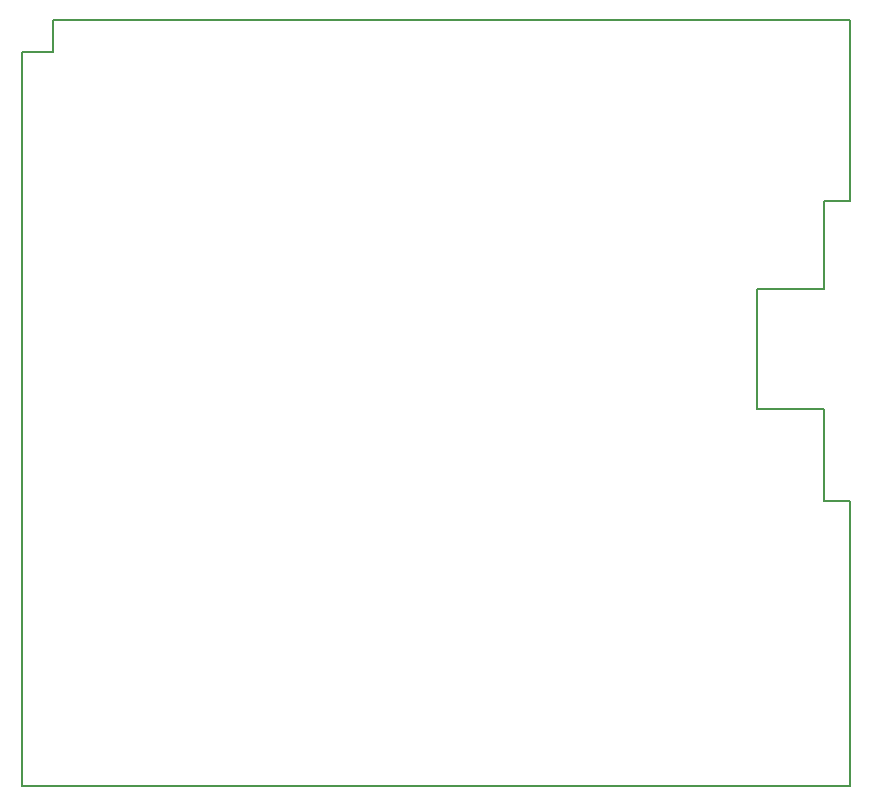
<source format=gbr>
G04 #@! TF.GenerationSoftware,KiCad,Pcbnew,5.1.9+dfsg1-1*
G04 #@! TF.CreationDate,2022-02-14T22:33:47+00:00*
G04 #@! TF.ProjectId,gbc_retrozero_screen_rev_b,6762635f-7265-4747-926f-7a65726f5f73,rev?*
G04 #@! TF.SameCoordinates,Original*
G04 #@! TF.FileFunction,Profile,NP*
%FSLAX46Y46*%
G04 Gerber Fmt 4.6, Leading zero omitted, Abs format (unit mm)*
G04 Created by KiCad (PCBNEW 5.1.9+dfsg1-1) date 2022-02-14 22:33:47*
%MOMM*%
%LPD*%
G01*
G04 APERTURE LIST*
G04 #@! TA.AperFunction,Profile*
%ADD10C,0.150000*%
G04 #@! TD*
G04 APERTURE END LIST*
D10*
X117087240Y-77360080D02*
X113343280Y-77360080D01*
X117097400Y-87494680D02*
X113353440Y-87494680D01*
X51108200Y-57268680D02*
X51108200Y-119417400D01*
X121212200Y-69897560D02*
X121212200Y-54606760D01*
X121212200Y-119422480D02*
X121212200Y-95267080D01*
X51118360Y-119422480D02*
X121212200Y-119422480D01*
X119083680Y-69892480D02*
X121217280Y-69892480D01*
X119083680Y-77360080D02*
X119083680Y-69892480D01*
X117102480Y-77360080D02*
X119083680Y-77360080D01*
X113348360Y-87494680D02*
X113348360Y-77360080D01*
X119083680Y-95267080D02*
X121217280Y-95267080D01*
X119083680Y-87494680D02*
X119083680Y-95267080D01*
X117102480Y-87494680D02*
X119083680Y-87494680D01*
X53780280Y-57268680D02*
X53780280Y-54601680D01*
X51113280Y-57268680D02*
X53780280Y-57268680D01*
X53780280Y-54601680D02*
X121217280Y-54601680D01*
M02*

</source>
